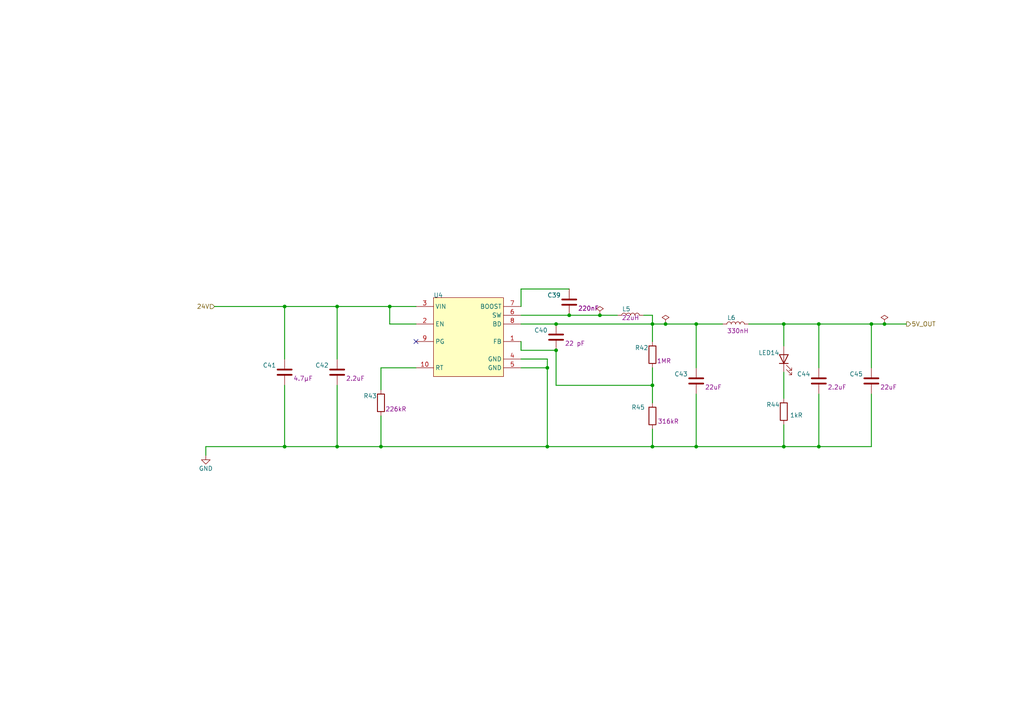
<source format=kicad_sch>
(kicad_sch (version 20231120) (generator "eeschema") (generator_version "8.0")
  (paper "A4")
  (title_block (title "Power 5V") (rev "1"))
  (lib_symbols
    (symbol "Device:C" (pin_numbers hide) (pin_names (offset 0.254))
      (property "Reference" "C" (at 0.635 2.54 0))
      (property "Value" "C" (at 0.635 -2.54 0))
      (symbol "C_0_1"
        (polyline (pts (xy -2.032 -0.762) (xy 2.032 -0.762)) (stroke (width 0.508)))
        (polyline (pts (xy -2.032 0.762) (xy 2.032 0.762)) (stroke (width 0.508)))
      )
      (symbol "C_1_1"
        (pin passive line (at 0 3.81 270) (length 2.794) (name "~") (number "1"))
        (pin passive line (at 0 -3.81 90) (length 2.794) (name "~") (number "2"))
      )
    )
    (symbol "Device:L" (pin_numbers hide) (pin_names (offset 1.016) hide)
      (property "Reference" "L" (at -1.27 0 90))
      (property "Value" "L" (at 1.905 0 90))
      (symbol "L_0_1"
        (arc (start 0 -2.54) (mid 0.6323 -1.905) (end 0 -1.27))
        (arc (start 0 -1.27) (mid 0.6323 -0.635) (end 0 0))
        (arc (start 0 0) (mid 0.6323 0.635) (end 0 1.27))
        (arc (start 0 1.27) (mid 0.6323 1.905) (end 0 2.54))
      )
      (symbol "L_1_1"
        (pin passive line (at 0 3.81 270) (length 1.27) (name "1") (number "1"))
        (pin passive line (at 0 -3.81 90) (length 1.27) (name "2") (number "2"))
      )
    )
    (symbol "Device:LED" (pin_numbers hide) (pin_names (offset 1.016) hide)
      (property "Reference" "D" (at 0 2.54 0))
      (property "Value" "LED" (at 0 -2.54 0))
      (symbol "LED_0_1"
        (polyline (pts (xy -1.27 -1.27) (xy -1.27 1.27)) (stroke (width 0.254)))
        (polyline (pts (xy -1.27 0) (xy 1.27 0)))
        (polyline (pts (xy 1.27 -1.27) (xy 1.27 1.27) (xy -1.27 0) (xy 1.27 -1.27)) (stroke (width 0.254)))
        (polyline (pts (xy -3.048 -0.762) (xy -4.572 -2.286) (xy -3.81 -2.286) (xy -4.572 -2.286) (xy -4.572 -1.524)))
        (polyline (pts (xy -1.778 -0.762) (xy -3.302 -2.286) (xy -2.54 -2.286) (xy -3.302 -2.286) (xy -3.302 -1.524)))
      )
      (symbol "LED_1_1"
        (pin passive line (at -3.81 0 0) (length 2.54) (name "K") (number "1"))
        (pin passive line (at 3.81 0 180) (length 2.54) (name "A") (number "2"))
      )
    )
    (symbol "Device:R" (pin_numbers hide) (pin_names (offset 0))
      (property "Reference" "R" (at 2.032 0 90))
      (property "Value" "R" (at 0 0 90))
      (symbol "R_0_1"
        (rectangle (start -1.016 -2.54) (end 1.016 2.54) (stroke (width 0.254)))
      )
      (symbol "R_1_1"
        (pin passive line (at 0 3.81 270) (length 1.27) (name "~") (number "1"))
        (pin passive line (at 0 -3.81 90) (length 1.27) (name "~") (number "2"))
      )
    )
    (symbol "Untitled-altium-import:root_0_LT-LT3970_B-MS-10"
      (symbol "root_0_LT-LT3970_B-MS-10_1_0"
        (rectangle (start 20.32 0) (end 0 -22.86) (fill (type background)))
        (pin input line (at 25.4 -12.7 180) (length 5.08) (name "FB") (number "1"))
        (pin passive line (at -5.08 -20.32 0) (length 5.08) (name "RT") (number "10"))
        (pin input line (at -5.08 -7.62 0) (length 5.08) (name "EN") (number "2"))
        (pin power_in line (at -5.08 -2.54 0) (length 5.08) (name "VIN") (number "3"))
        (pin power_in line (at 25.4 -17.78 180) (length 5.08) (name "GND") (number "4"))
        (pin power_in line (at 25.4 -20.32 180) (length 5.08) (name "GND") (number "5"))
        (pin power_in line (at 25.4 -5.08 180) (length 5.08) (name "SW") (number "6"))
        (pin passive line (at 25.4 -2.54 180) (length 5.08) (name "BOOST") (number "7"))
        (pin power_in line (at 25.4 -7.62 180) (length 5.08) (name "BD") (number "8"))
        (pin open_collector line (at -5.08 -12.7 0) (length 5.08) (name "PG") (number "9"))
      )
    )
    (symbol "power:GND" (power) (pin_numbers hide) (pin_names (offset 0) hide)
      (property "Value" "GND" (at 0 -3.81 0))
      (symbol "GND_0_1"
        (polyline (pts (xy 0 0) (xy 0 -1.27) (xy 1.27 -1.27) (xy 0 -2.54) (xy -1.27 -1.27) (xy 0 -1.27)))
      )
      (symbol "GND_1_1"
        (pin power_in line (at 0 0 270) (length 0) (name "~") (number "1"))
      )
    )
    (symbol "power:PWR_FLAG" (power) (pin_numbers hide) (pin_names (offset 0) hide)
      (property "Value" "PWR_FLAG" (at 0 3.81 0))
      (symbol "PWR_FLAG_0_0"
        (pin power_out line (at 0 0 90) (length 0) (name "~") (number "1"))
      )
      (symbol "PWR_FLAG_0_1"
        (polyline (pts (xy 0 0) (xy 0 1.27) (xy -1.016 1.905) (xy 0 2.54) (xy 1.016 1.905) (xy 0 1.27)))
      )
    )
  )
  (junction (at 158.75 106.68))
  (junction (at 237.49 93.98))
  (junction (at 161.29 101.6))
  (junction (at 256.54 93.98))
  (junction (at 189.23 129.54))
  (junction (at 97.79 88.9))
  (junction (at 193.04 93.98))
  (junction (at 173.99 91.44))
  (junction (at 237.49 129.54))
  (junction (at 201.93 129.54))
  (junction (at 161.29 93.98))
  (junction (at 252.73 93.98))
  (junction (at 189.23 111.76))
  (junction (at 82.55 129.54))
  (junction (at 189.23 93.98))
  (junction (at 113.03 88.9))
  (junction (at 227.33 129.54))
  (junction (at 82.55 88.9))
  (junction (at 97.79 129.54))
  (junction (at 201.93 93.98))
  (junction (at 227.33 93.98))
  (junction (at 158.75 129.54))
  (junction (at 165.1 91.44))
  (junction (at 110.49 129.54))
  (no_connect (at 120.65 99.06))
  (wire (pts (xy 217.17 93.98) (xy 227.33 93.98)) (stroke (width 0.254)))
  (wire (pts (xy 82.55 88.9) (xy 97.79 88.9)) (stroke (width 0.254)))
  (wire (pts (xy 120.65 93.98) (xy 113.03 93.98)) (stroke (width 0.254)))
  (wire (pts (xy 189.23 124.46) (xy 189.23 129.54)) (stroke (width 0.254)))
  (wire (pts (xy 151.13 101.6) (xy 161.29 101.6)) (stroke (width 0.254)))
  (wire (pts (xy 97.79 104.14) (xy 97.79 88.9)) (stroke (width 0.254)))
  (wire (pts (xy 237.49 129.54) (xy 252.73 129.54)) (stroke (width 0.254)))
  (wire (pts (xy 227.33 123.19) (xy 227.33 129.54)) (stroke (width 0.254)))
  (wire (pts (xy 161.29 101.6) (xy 161.29 111.76)) (stroke (width 0.254)))
  (wire (pts (xy 113.03 88.9) (xy 120.65 88.9)) (stroke (width 0.254)))
  (wire (pts (xy 59.69 132.08) (xy 59.69 129.54)) (stroke (width 0.254)))
  (wire (pts (xy 262.89 93.98) (xy 256.54 93.98)) (stroke (width 0.254)))
  (wire (pts (xy 151.13 93.98) (xy 161.29 93.98)) (stroke (width 0.254)))
  (wire (pts (xy 113.03 93.98) (xy 113.03 88.9)) (stroke (width 0.254)))
  (wire (pts (xy 201.93 93.98) (xy 201.93 106.68)) (stroke (width 0.254)))
  (wire (pts (xy 189.23 129.54) (xy 201.93 129.54)) (stroke (width 0.254)))
  (wire (pts (xy 158.75 129.54) (xy 189.23 129.54)) (stroke (width 0.254)))
  (wire (pts (xy 189.23 93.98) (xy 189.23 91.44)) (stroke (width 0.254)))
  (wire (pts (xy 189.23 116.84) (xy 189.23 111.76)) (stroke (width 0.254)))
  (wire (pts (xy 151.13 91.44) (xy 165.1 91.44)) (stroke (width 0.254)))
  (wire (pts (xy 237.49 93.98) (xy 237.49 106.68)) (stroke (width 0.254)))
  (wire (pts (xy 201.93 129.54) (xy 227.33 129.54)) (stroke (width 0.254)))
  (wire (pts (xy 189.23 106.68) (xy 189.23 111.76)) (stroke (width 0.254)))
  (wire (pts (xy 110.49 129.54) (xy 110.49 120.65)) (stroke (width 0.254)))
  (wire (pts (xy 227.33 100.33) (xy 227.33 93.98)) (stroke (width 0.254)))
  (wire (pts (xy 97.79 129.54) (xy 110.49 129.54)) (stroke (width 0.254)))
  (wire (pts (xy 173.99 91.44) (xy 179.07 91.44)) (stroke (width 0.254)))
  (wire (pts (xy 158.75 104.14) (xy 158.75 106.68)) (stroke (width 0.254)))
  (wire (pts (xy 252.73 129.54) (xy 252.73 114.3)) (stroke (width 0.254)))
  (wire (pts (xy 161.29 93.98) (xy 189.23 93.98)) (stroke (width 0.254)))
  (wire (pts (xy 110.49 113.03) (xy 110.49 106.68)) (stroke (width 0.254)))
  (wire (pts (xy 82.55 129.54) (xy 97.79 129.54)) (stroke (width 0.254)))
  (wire (pts (xy 193.04 93.98) (xy 201.93 93.98)) (stroke (width 0.254)))
  (wire (pts (xy 252.73 93.98) (xy 252.73 106.68)) (stroke (width 0.254)))
  (wire (pts (xy 227.33 107.95) (xy 227.33 115.57)) (stroke (width 0.254)))
  (wire (pts (xy 165.1 91.44) (xy 173.99 91.44)) (stroke (width 0.254)))
  (wire (pts (xy 97.79 88.9) (xy 113.03 88.9)) (stroke (width 0.254)))
  (wire (pts (xy 201.93 129.54) (xy 201.93 114.3)) (stroke (width 0.254)))
  (wire (pts (xy 227.33 129.54) (xy 237.49 129.54)) (stroke (width 0.254)))
  (wire (pts (xy 189.23 93.98) (xy 189.23 99.06)) (stroke (width 0.254)))
  (wire (pts (xy 201.93 93.98) (xy 209.55 93.98)) (stroke (width 0.254)))
  (wire (pts (xy 189.23 91.44) (xy 186.69 91.44)) (stroke (width 0.254)))
  (wire (pts (xy 256.54 93.98) (xy 252.73 93.98)) (stroke (width 0.254)))
  (wire (pts (xy 189.23 93.98) (xy 193.04 93.98)) (stroke (width 0.254)))
  (wire (pts (xy 151.13 101.6) (xy 151.13 99.06)) (stroke (width 0.254)))
  (wire (pts (xy 110.49 106.68) (xy 120.65 106.68)) (stroke (width 0.254)))
  (wire (pts (xy 59.69 129.54) (xy 82.55 129.54)) (stroke (width 0.254)))
  (wire (pts (xy 158.75 106.68) (xy 158.75 129.54)) (stroke (width 0.254)))
  (wire (pts (xy 151.13 83.82) (xy 151.13 88.9)) (stroke (width 0.254)))
  (wire (pts (xy 110.49 129.54) (xy 158.75 129.54)) (stroke (width 0.254)))
  (wire (pts (xy 82.55 111.76) (xy 82.55 129.54)) (stroke (width 0.254)))
  (wire (pts (xy 82.55 88.9) (xy 62.23 88.9)) (stroke (width 0.254)))
  (wire (pts (xy 151.13 106.68) (xy 158.75 106.68)) (stroke (width 0.254)))
  (wire (pts (xy 161.29 111.76) (xy 189.23 111.76)) (stroke (width 0.254)))
  (wire (pts (xy 151.13 104.14) (xy 158.75 104.14)) (stroke (width 0.254)))
  (wire (pts (xy 97.79 129.54) (xy 97.79 111.76)) (stroke (width 0.254)))
  (wire (pts (xy 227.33 93.98) (xy 237.49 93.98)) (stroke (width 0.254)))
  (wire (pts (xy 82.55 104.14) (xy 82.55 88.9)) (stroke (width 0.254)))
  (wire (pts (xy 151.13 83.82) (xy 165.1 83.82)) (stroke (width 0.254)))
  (wire (pts (xy 237.49 114.3) (xy 237.49 129.54)) (stroke (width 0.254)))
  (wire (pts (xy 237.49 93.98) (xy 252.73 93.98)) (stroke (width 0.254)))
  (hierarchical_label "5V_OUT" (shape output) (at 262.89 93.98 0))
  (hierarchical_label "24V" (shape input) (at 62.23 88.9 180))
  (symbol (lib_id "Device:R") (at 189.23 102.87 0) (unit 1)
    (property "Reference" "R42" (at 184.15 101.6 0) (effects (justify left bottom)))
    (property "Value" "1MR" (effects (hide yes)))
    (property "Footprint" "Resistor_SMD:R_0805_2012Metric_Pad1.20x1.40mm_HandSolder" (effects (hide yes)))
    (property "Description" "TNPW08051M00BEEN" (effects (hide yes)))
    (property "TEMPERATURE COEFFICIENT" "25ppm/°C" (effects (hide yes)))
    (property "MAX OPERATING TEMPERATURE" "125°C" (effects (hide yes)))
    (property "PACKAGING" "Tape and Reel" (effects (hide yes)))
    (property "TERMINATION" "Wraparound" (effects (hide yes)))
    (property "TOLERANCE" "0.1%" (effects (hide yes)))
    (property "CASE/PACKAGE" "0805" (effects (hide yes)))
    (property "MIN OPERATING TEMPERATURE" "-55°C" (effects (hide yes)))
    (property "JESD-609 CODE" "e3" (effects (hide yes)))
    (property "MANUFACTURER SERIES" "TNPW" (effects (hide yes)))
    (property "MOUNTING TECHNOLOGY" "Surface Mount" (effects (hide yes)))
    (property "PACKAGE SHAPE" "Rectangular" (effects (hide yes)))
    (property "PINS" "2" (effects (hide yes)))
    (property "POWER" "125mW" (effects (hide yes)))
    (property "RATED TEMPERATURE" "70°C" (effects (hide yes)))
    (property "REACH SVHC COMPLIANT" "Yes" (effects (hide yes)))
    (property "RESISTOR TYPE" "FIXED RESISTOR" (effects (hide yes)))
    (property "ROHS COMPLIANT" "Yes" (effects (hide yes)))
    (property "TECHNOLOGY" "THIN FILM" (effects (hide yes)))
    (property "TERMINAL FINISH" "Tin" (effects (hide yes)))
    (property "ALTIUM_VALUE" "1MR" (at 190.5 105.41 0) (effects (justify left bottom)))
    (property "WORKING VOLTAGE" "150V" (effects (hide yes)))
  )
  (symbol (lib_id "Device:C") (at 201.93 110.49 0) (unit 1)
    (property "Reference" "C43" (at 195.58 109.22 0) (effects (justify left bottom)))
    (property "Value" "22 uF" (effects (hide yes)))
    (property "Footprint" "Capacitor_SMD:C_0805_2012Metric_Pad1.18x1.45mm_HandSolder" (effects (hide yes)))
    (property "Description" "GRM21BR61E226ME44L" (effects (hide yes)))
    (property "CASE/PACKAGE" "0805" (effects (hide yes)))
    (property "DEPTH" "1.25mm" (effects (hide yes)))
    (property "RESISTOR TYPE" "Ceramic" (effects (hide yes)))
    (property "VOLTAGE RATING" "25V" (effects (hide yes)))
    (property "LEAD FREE" "Lead Free" (effects (hide yes)))
    (property "VOLTAGE RATING (DC)" "25V" (effects (hide yes)))
    (property "CASE CODE (METRIC)" "2012" (effects (hide yes)))
    (property "THICKNESS" "0.057inch" (effects (hide yes)))
    (property "REACH SVHC" "No SVHC" (effects (hide yes)))
    (property "MATERIAL" "Ceramic" (effects (hide yes)))
    (property "TOLERANCE" "20%" (effects (hide yes)))
    (property "LENGTH" "2mm" (effects (hide yes)))
    (property "CAPACITANCE" "22uF" (at 204.47 113.03 0) (effects (justify left bottom)))
    (property "CASE CODE (IMPERIAL)" "0805" (effects (hide yes)))
    (property "MAX OPERATING TEMPERATURE" "85°C" (effects (hide yes)))
    (property "TERMINATION" "SMD/SMT" (effects (hide yes)))
    (property "WEIGHT" "0.000335oz" (effects (hide yes)))
    (property "DIELECTRIC" "X5R" (effects (hide yes)))
    (property "PACKAGING" "Tape and Reel" (effects (hide yes)))
    (property "VOLTAGE" "25V" (effects (hide yes)))
    (property "PACKAGE QUANTITY" "3000" (effects (hide yes)))
    (property "HEIGHT" "1.25mm" (effects (hide yes)))
    (property "MOUNT" "Surface Mount" (effects (hide yes)))
    (property "WIDTH" "1.25mm" (effects (hide yes)))
    (property "MIN OPERATING TEMPERATURE" "-55°C" (effects (hide yes)))
    (property "ALTIUM_VALUE" "22 uF" (effects (hide yes)))
  )
  (symbol (lib_id "power:GND") (at 59.69 132.08 0) (unit 1)
    (property "Reference" "#PWR?" (effects (hide yes)))
    (property "Value" "GND" (at 59.69 135.89 0))
    (property "Description" "Power symbol creates a global label with name \"GND\" , ground" (effects (hide yes)))
  )
  (symbol (lib_id "Device:C") (at 165.1 87.63 0) (unit 1)
    (property "Reference" "C39" (at 158.75 86.36 0) (effects (justify left bottom)))
    (property "Value" "220nF" (effects (hide yes)))
    (property "Footprint" "Capacitor_SMD:C_0805_2012Metric_Pad1.18x1.45mm_HandSolder" (effects (hide yes)))
    (property "Description" "AC0805KRX7R8BB224" (effects (hide yes)))
    (property "CAPACITOR TYPE" "Ceramic" (effects (hide yes)))
    (property "DIELECTRIC MATERIAL" "Ceramic" (effects (hide yes)))
    (property "JESD-609 CODE" "e3" (effects (hide yes)))
    (property "PINS" "2" (effects (hide yes)))
    (property "REACH SVHC COMPLIANT" "Yes" (effects (hide yes)))
    (property "ROHS COMPLIANT" "Yes" (effects (hide yes)))
    (property "TERMINAL FINISH" "Nickel" (effects (hide yes)))
    (property "ALTIUM_VALUE" "220nF" (at 167.64 90.17 0) (effects (justify left bottom)))
  )
  (symbol (lib_id "power:PWR_FLAG") (at 193.04 93.98 0) (unit 1)
    (property "Reference" "#FLG010" (effects (hide yes)))
    (property "Value" "PWR_FLAG" (effects (hide yes)))
    (property "Description" "Special symbol for telling ERC where power comes from" (effects (hide yes)))
  )
  (symbol (lib_id "Untitled-altium-import:root_0_LT-LT3970_B-MS-10") (at 125.73 86.36 0) (unit 1)
    (property "Reference" "U4" (at 125.73 86.36 0) (effects (justify left bottom)))
    (property "Value" "LT3970EMS#TRPBF" (effects (hide yes)))
    (property "Footprint" "Vault:LT-MS-10_N" (effects (hide yes)))
    (property "PACKAGEREFERENCE" "MS-10" (effects (hide yes)))
    (property "FREQUENCY ADJUST RANGE" "200kHz - 2.2MHz" (effects (hide yes)))
    (property "PACKAGEDESCRIPTION" "10-Pin Plastic MSOP, Body 3 x 3 mm, Pitch 0.5 mm" (effects (hide yes)))
    (property "COMPONENTLINK1URL" "http://www.linear.com/" (effects (hide yes)))
    (property "PACKING" "Tape and Reel" (effects (hide yes)))
    (property "DATASHEETVERSION" "Rev. B" (effects (hide yes)))
    (property "COMPONENTLINK3URL" "http://cds.linear.com/docs/en/packaging/05081661_F_MS.pdf" (effects (hide yes)))
    (property "ROHS" "TRUE" (effects (hide yes)))
    (property "MOUNTING TECHNOLOGY" "Surface Mount" (effects (hide yes)))
    (property "COMPONENTLINK2DESCRIPTION" "Datasheet" (effects (hide yes)))
    (property "NUMBER OF OUTPUTS" "1" (effects (hide yes)))
    (property "COMPONENTLINK3DESCRIPTION" "Package Specification" (effects (hide yes)))
    (property "MANUFACTURER" "Linear Technology" (effects (hide yes)))
    (property "COMPONENTLINK1DESCRIPTION" "Manufacturer URL" (effects (hide yes)))
    (property "COMPONENTLINK2URL" "http://cds.linear.com/docs/en/datasheet/3970fb.pdf" (effects (hide yes)))
    (property "PACKAGEVERSION" "Rev. E, 06/2010" (effects (hide yes)))
    (property "PARTNUMBER" "LT3970EMS#TRPBF" (effects (hide yes)))
  )
  (symbol (lib_id "Device:L") (at 182.88 91.44 90) (unit 1)
    (property "Reference" "L5" (at 182.88 88.9 90) (effects (justify left bottom)))
    (property "Value" "22uH" (effects (hide yes)))
    (property "Footprint" "Inductor_SMD:L_0805_2012Metric_Pad1.15x1.40mm_HandSolder" (effects (hide yes)))
    (property "Description" "MLZ2012N220LT000" (effects (hide yes)))
    (property "TEST FREQUENCY" "2MHz" (effects (hide yes)))
    (property "DC RESISTANCE (DCR)" "0.67R" (effects (hide yes)))
    (property "SELF RESONANT FREQUENCY" "20MHz" (effects (hide yes)))
    (property "TOLERANCE" "20%" (effects (hide yes)))
    (property "MIN OPERATING TEMPERATURE" "-55°C" (effects (hide yes)))
    (property "MAX OPERATING TEMPERATURE" "125°C" (effects (hide yes)))
    (property "CHANNELS" "1" (effects (hide yes)))
    (property "CORE MATERIAL" "Ferrite" (effects (hide yes)))
    (property "INDUCTANCE-NOM (L)" "22uH" (effects (hide yes)))
    (property "INDUCTOR APPLICATION" "RF INDUCTOR" (effects (hide yes)))
    (property "INDUCTOR TYPE" "GENERAL PURPOSE INDUCTOR" (effects (hide yes)))
    (property "MAX CURRENT RATING" "300mA" (effects (hide yes)))
    (property "PINS" "2" (effects (hide yes)))
    (property "REACH SVHC COMPLIANT" "Yes" (effects (hide yes)))
    (property "ROHS COMPLIANT" "Yes" (effects (hide yes)))
    (property "SHAPE/SIZE DESCRIPTION" "RECTANGULAR PACKAGE" (effects (hide yes)))
    (property "SHIELDING" "Shielded" (effects (hide yes)))
    (property "SURFACE MOUNT" "Yes" (effects (hide yes)))
    (property "TERMINAL PLACEMENT" "Dual Ended" (effects (hide yes)))
    (property "TERMINATION" "One Surface" (effects (hide yes)))
    (property "ALTIUM_VALUE" "22uH" (at 185.42 91.44 90) (effects (justify left bottom)))
  )
  (symbol (lib_id "Device:R") (at 227.33 119.38 0) (unit 1)
    (property "Reference" "R44" (at 222.25 118.11 0) (effects (justify left bottom)))
    (property "Value" "1kR" (at 229.108 121.158 0) (effects (justify left bottom)))
    (property "Footprint" "Resistor_SMD:R_0805_2012Metric_Pad1.20x1.40mm_HandSolder" (effects (hide yes)))
    (property "Description" "ERJ-PB6B1001V" (effects (hide yes)))
  )
  (symbol (lib_id "Device:R") (at 189.23 120.65 0) (unit 1)
    (property "Reference" "R45" (at 183.134 118.872 0) (effects (justify left bottom)))
    (property "Value" "316kR" (effects (hide yes)))
    (property "Footprint" "Resistor_SMD:R_0805_2012Metric_Pad1.20x1.40mm_HandSolder" (effects (hide yes)))
    (property "Description" "PCF0805R-316KBT1" (effects (hide yes)))
    (property "DATASHEET LINK" "https://componentsearchengine.com/Datasheets/1/PCF0805-13-10KBT1.pdf" (effects (hide yes)))
    (property "HEIGHT" "0.65mm" (effects (hide yes)))
    (property "MANUFACTURER_NAME" "TT Electronics" (effects (hide yes)))
    (property "MANUFACTURER_PART_NUMBER" "PCF0805R-316KBT1" (effects (hide yes)))
    (property "MOUSER PART NUMBER" "756-PCF0805R316KBT1" (effects (hide yes)))
    (property "MOUSER PRICE/STOCK" "https://www.mouser.com/Search/Refine.aspx?Keyword=756-PCF0805R316KBT1" (effects (hide yes)))
    (property "ALTIUM_VALUE" "316kR" (at 190.754 122.936 0) (effects (justify left bottom)))
  )
  (symbol (lib_id "Device:L") (at 213.36 93.98 90) (unit 1)
    (property "Reference" "L6" (at 213.36 91.44 90) (effects (justify left bottom)))
    (property "Value" "330nH" (effects (hide yes)))
    (property "Footprint" "Inductor_SMD:L_0805_2012Metric_Pad1.15x1.40mm_HandSolder" (effects (hide yes)))
    (property "Description" "BDCC00201208R33MWA" (effects (hide yes)))
    (property "SHIELDING" "Shielded" (effects (hide yes)))
    (property "TEST FREQUENCY" "2MHz" (effects (hide yes)))
    (property "MIN OPERATING TEMPERATURE" "-40°C" (effects (hide yes)))
    (property "TOLERANCE" "20%" (effects (hide yes)))
    (property "DC RESISTANCE (DCR)" "24mR" (effects (hide yes)))
    (property "MAX OPERATING TEMPERATURE" "125°C" (effects (hide yes)))
    (property "TERMINATION" "One Surface" (effects (hide yes)))
    (property "CORE MATERIAL" "Ferrite" (effects (hide yes)))
    (property "CHANNELS" "1" (effects (hide yes)))
    (property "INDUCTANCE-NOM (L)" "0.33uH" (effects (hide yes)))
    (property "INDUCTOR APPLICATION" "RF INDUCTOR" (effects (hide yes)))
    (property "INDUCTOR TYPE" "GENERAL PURPOSE INDUCTOR" (effects (hide yes)))
    (property "MAX CURRENT RATING" "4A" (effects (hide yes)))
    (property "PINS" "2" (effects (hide yes)))
    (property "REACH SVHC COMPLIANT" "Yes" (effects (hide yes)))
    (property "ROHS COMPLIANT" "Yes" (effects (hide yes)))
    (property "SHAPE/SIZE DESCRIPTION" "RECTANGULAR PACKAGE" (effects (hide yes)))
    (property "SURFACE MOUNT" "Yes" (effects (hide yes)))
    (property "TERMINAL PLACEMENT" "Dual Ended" (effects (hide yes)))
    (property "ALTIUM_VALUE" "330nH" (at 217.17 95.25 90) (effects (justify left bottom)))
  )
  (symbol (lib_id "Device:C") (at 82.55 107.95 0) (unit 1)
    (property "Reference" "C41" (at 76.2 106.68 0) (effects (justify left bottom)))
    (property "Value" "4.7µF" (effects (hide yes)))
    (property "Footprint" "Capacitor_SMD:C_0805_2012Metric_Pad1.18x1.45mm_HandSolder" (effects (hide yes)))
    (property "Description" "GRM21BZ71H475KE15L" (effects (hide yes)))
    (property "ALTIUM_VALUE" "4.7µF" (at 85.09 110.49 0) (effects (justify left bottom)))
    (property "CAPACITOR TYPE" "Ceramic" (effects (hide yes)))
    (property "CASE/PACKAGE" "0805" (effects (hide yes)))
    (property "DIELECTRIC MATERIAL" "Ceramic" (effects (hide yes)))
    (property "JESD-609 CODE" "e3" (effects (hide yes)))
    (property "MAX OPERATING TEMPERATURE" "125°C" (effects (hide yes)))
    (property "MIN OPERATING TEMPERATURE" "-55°C" (effects (hide yes)))
    (property "MOUNTING TECHNOLOGY" "Surface Mount" (effects (hide yes)))
    (property "MULTILAYER" "Yes" (effects (hide yes)))
    (property "PACKAGE SHAPE" "Rectangular" (effects (hide yes)))
    (property "PACKAGING" "Tape and Reel" (effects (hide yes)))
    (property "PINS" "2" (effects (hide yes)))
    (property "RATED DC VOLTAGE (URDC)" "50V" (effects (hide yes)))
    (property "REACH SVHC COMPLIANT" "Yes" (effects (hide yes)))
    (property "ROHS COMPLIANT" "Yes" (effects (hide yes)))
    (property "TEMPERATURE CHARACTERISTICS CODE" "X7R" (effects (hide yes)))
    (property "TERMINAL FINISH" "Nickel" (effects (hide yes)))
    (property "TERMINATION" "Wraparound" (effects (hide yes)))
    (property "TOLERANCE  (FILL IN AS +-)" "10%" (effects (hide yes)))
    (property "TOLERANCE (FILL IN AS +-)" "10%" (effects (hide yes)))
  )
  (symbol (lib_id "power:PWR_FLAG") (at 173.99 91.44 0) (unit 1)
    (property "Reference" "#FLG012" (effects (hide yes)))
    (property "Value" "PWR_FLAG" (effects (hide yes)))
    (property "Description" "Special symbol for telling ERC where power comes from" (effects (hide yes)))
  )
  (symbol (lib_id "Device:C") (at 252.73 110.49 0) (unit 1)
    (property "Reference" "C45" (at 246.38 109.22 0) (effects (justify left bottom)))
    (property "Value" "22 uF" (effects (hide yes)))
    (property "Footprint" "Capacitor_SMD:C_0805_2012Metric_Pad1.18x1.45mm_HandSolder" (effects (hide yes)))
    (property "Description" "GRM21BR61E226ME44L" (effects (hide yes)))
    (property "CASE/PACKAGE" "0805" (effects (hide yes)))
    (property "DEPTH" "1.25mm" (effects (hide yes)))
    (property "RESISTOR TYPE" "Ceramic" (effects (hide yes)))
    (property "VOLTAGE RATING" "25V" (effects (hide yes)))
    (property "LEAD FREE" "Lead Free" (effects (hide yes)))
    (property "VOLTAGE RATING (DC)" "25V" (effects (hide yes)))
    (property "CASE CODE (METRIC)" "2012" (effects (hide yes)))
    (property "THICKNESS" "0.057inch" (effects (hide yes)))
    (property "REACH SVHC" "No SVHC" (effects (hide yes)))
    (property "MATERIAL" "Ceramic" (effects (hide yes)))
    (property "TOLERANCE" "20%" (effects (hide yes)))
    (property "LENGTH" "2mm" (effects (hide yes)))
    (property "CAPACITANCE" "22uF" (at 255.27 113.03 0) (effects (justify left bottom)))
    (property "CASE CODE (IMPERIAL)" "0805" (effects (hide yes)))
    (property "MAX OPERATING TEMPERATURE" "85°C" (effects (hide yes)))
    (property "TERMINATION" "SMD/SMT" (effects (hide yes)))
    (property "WEIGHT" "0.000335oz" (effects (hide yes)))
    (property "DIELECTRIC" "X5R" (effects (hide yes)))
    (property "PACKAGING" "Tape and Reel" (effects (hide yes)))
    (property "VOLTAGE" "25V" (effects (hide yes)))
    (property "PACKAGE QUANTITY" "3000" (effects (hide yes)))
    (property "HEIGHT" "1.25mm" (effects (hide yes)))
    (property "MOUNT" "Surface Mount" (effects (hide yes)))
    (property "WIDTH" "1.25mm" (effects (hide yes)))
    (property "MIN OPERATING TEMPERATURE" "-55°C" (effects (hide yes)))
    (property "ALTIUM_VALUE" "22 uF" (effects (hide yes)))
  )
  (symbol (lib_id "power:PWR_FLAG") (at 256.54 93.98 0) (unit 1)
    (property "Reference" "#FLG02" (effects (hide yes)))
    (property "Value" "PWR_FLAG" (effects (hide yes)))
    (property "Description" "Special symbol for telling ERC where power comes from" (effects (hide yes)))
  )
  (symbol (lib_id "Device:C") (at 237.49 110.49 0) (unit 1)
    (property "Reference" "C44" (at 231.14 109.22 0) (effects (justify left bottom)))
    (property "Value" "2.2uF" (effects (hide yes)))
    (property "Footprint" "Capacitor_SMD:C_0805_2012Metric_Pad1.18x1.45mm_HandSolder" (effects (hide yes)))
    (property "Description" "GCJ21BR71E225KA01L" (effects (hide yes)))
    (property "ALTIUM_VALUE" "2.2uF" (at 240.03 113.03 0) (effects (justify left bottom)))
  )
  (symbol (lib_id "Device:C") (at 97.79 107.95 0) (unit 1)
    (property "Reference" "C42" (at 91.44 106.68 0) (effects (justify left bottom)))
    (property "Value" "2.2uF" (effects (hide yes)))
    (property "Footprint" "Capacitor_SMD:C_0805_2012Metric_Pad1.18x1.45mm_HandSolder" (effects (hide yes)))
    (property "Description" "GCJ21BR71E225KA01L" (effects (hide yes)))
    (property "ALTIUM_VALUE" "2.2uF" (at 100.33 110.49 0) (effects (justify left bottom)))
  )
  (symbol (lib_id "Device:LED") (at 227.33 104.14 90) (unit 1)
    (property "Reference" "LED14" (at 226.06 101.6 90) (effects (justify left bottom)))
    (property "Value" "SML-H12P8TT86" (effects (hide yes)))
    (property "Footprint" "LED_SMD:LED_0805_2012Metric_Pad1.15x1.40mm_HandSolder" (effects (hide yes)))
    (property "Description" "Green LED" (effects (hide yes)))
    (property "DATASHEET LINK" "https://datasheet.datasheetarchive.com/originals/distributors/DKDS-18/357140.pdf" (effects (hide yes)))
    (property "HEIGHT" "0.9mm" (effects (hide yes)))
    (property "MANUFACTURER_NAME" "ROHM Semiconductor" (effects (hide yes)))
    (property "MANUFACTURER_PART_NUMBER" "SML-H12P8TT86" (effects (hide yes)))
    (property "MOUSER PART NUMBER" "755-SML-H12P8TT86" (effects (hide yes)))
    (property "MOUSER PRICE/STOCK" "https://www.mouser.co.uk/ProductDetail/ROHM-Semiconductor/SML-H12P8TT86?qs=SP2aZMzhwxg2feSvqoCMzQ%3D%3D" (effects (hide yes)))
    (property "COLOUR" "Green" (effects (hide yes)))
  )
  (symbol (lib_id "Device:C") (at 161.29 97.79 0) (unit 1)
    (property "Reference" "C40" (at 154.94 96.52 0) (effects (justify left bottom)))
    (property "Value" "22 pF" (effects (hide yes)))
    (property "Footprint" "Capacitor_SMD:C_0805_2012Metric_Pad1.18x1.45mm_HandSolder" (effects (hide yes)))
    (property "Description" "C0805C220K3GACTU" (effects (hide yes)))
    (property "TEMPERATURE RANGE HIGH" "+125°C" (effects (hide yes)))
    (property "ALTIUM_VALUE" "22 pF" (effects (hide yes)))
    (property "TEMPERATURE RANGE LOW" "-55°C" (effects (hide yes)))
    (property "CATEGORY" "Cap" (effects (hide yes)))
    (property "MANUFACTURER PART NUMBER" "C0805C220K3GACTU" (effects (hide yes)))
    (property "TEMPERATURE COEFFICIENT" "30ppm/°C" (effects (hide yes)))
    (property "AUTOMOTIVE" "No" (effects (hide yes)))
    (property "LEAD FREE" "Yes" (effects (hide yes)))
    (property "VOLTAGE RATING" "25 V" (effects (hide yes)))
    (property "TEMPERATURE CHARACTERISTIC" "C0G" (effects (hide yes)))
    (property "COMPONENTLINK2URL" "https://content.kemet.com/datasheets/KEM_C1003_C0G_SMD.pdf" (effects (hide yes)))
    (property "PACKAGE" "C0805C-DN" (effects (hide yes)))
    (property "COMPONENTLINK2DESCRIPTION" "Datasheet" (effects (hide yes)))
    (property "MATERIAL" "Ceramic" (effects (hide yes)))
    (property "DEVICE CLASS L2" "Capacitors" (effects (hide yes)))
    (property "ROHS" "TRUE" (effects (hide yes)))
    (property "TOLERANCE" "0.1" (effects (hide yes)))
    (property "HEIGHT" "0.88mm" (effects (hide yes)))
    (property "DEVICE CLASS L3" "Ceramic Capacitors" (effects (hide yes)))
    (property "OCTOPART" "https://octopart.com/c0805c220k3gactu-kemet-12580612" (effects (hide yes)))
    (property "DIGIKEY DESCRIPTION" "CAP CER 22PF 25V 10% NP0 0805" (effects (hide yes)))
    (property "CAPACITANCE" "22 pF" (at 163.83 100.33 0) (effects (justify left bottom)))
    (property "TEMPERATURE" "-55°C to +125°C" (effects (hide yes)))
    (property "DEVICE CLASS L1" "Passive Components" (effects (hide yes)))
    (property "MANUFACTURER" "KEMET" (effects (hide yes)))
    (property "IPC LAND PATTERN NAME" "CAPC200125X78" (effects (hide yes)))
    (property "MOUSER DESCRIPTION" "Multilayer Ceramic Capacitors MLCC - SMD/SMT 25volts 22pF C0G 10%" (effects (hide yes)))
  )
  (symbol (lib_id "Device:R") (at 110.49 116.84 0) (unit 1)
    (property "Reference" "R43" (at 105.41 115.57 0) (effects (justify left bottom)))
    (property "Value" "226kR" (effects (hide yes)))
    (property "Footprint" "Resistor_SMD:R_0805_2012Metric_Pad1.20x1.40mm_HandSolder" (effects (hide yes)))
    (property "Description" "RT0805BRD07226KL" (effects (hide yes)))
    (property "PACKAGING" "Tape and Reel" (effects (hide yes)))
    (property "TEMPERATURE COEFFICIENT" "25ppm/°C" (effects (hide yes)))
    (property "CASE/PACKAGE" "0805" (effects (hide yes)))
    (property "MIN OPERATING TEMPERATURE" "-55°C" (effects (hide yes)))
    (property "TERMINATION" "Wraparound" (effects (hide yes)))
    (property "TOLERANCE" "0.1%" (effects (hide yes)))
    (property "MAX OPERATING TEMPERATURE" "155°C" (effects (hide yes)))
    (property "ADDITIONAL FEATURE" "HIGH PRECISION" (effects (hide yes)))
    (property "CONSTRUCTION" "Chip" (effects (hide yes)))
    (property "MOUNTING TECHNOLOGY" "Surface Mount" (effects (hide yes)))
    (property "PACKAGE HEIGHT" "0.5mm" (effects (hide yes)))
    (property "PACKAGE LENGTH" "2mm" (effects (hide yes)))
    (property "PACKAGE STYLE" "SMTMeter" (effects (hide yes)))
    (property "PACKAGE WIDTH" "1.25mm" (effects (hide yes)))
    (property "PINS" "2" (effects (hide yes)))
    (property "POWER" "125mW" (effects (hide yes)))
    (property "RATED TEMPERATURE" "70°C" (effects (hide yes)))
    (property "REACH SVHC COMPLIANT" "Yes" (effects (hide yes)))
    (property "RESISTOR TYPE" "FIXED RESISTOR" (effects (hide yes)))
    (property "ROHS COMPLIANT" "Yes" (effects (hide yes)))
    (property "TECHNOLOGY" "THIN FILM" (effects (hide yes)))
    (property "ALTIUM_VALUE" "226kR" (at 111.76 119.38 0) (effects (justify left bottom)))
    (property "WORKING VOLTAGE" "150V" (effects (hide yes)))
  )
)
</source>
